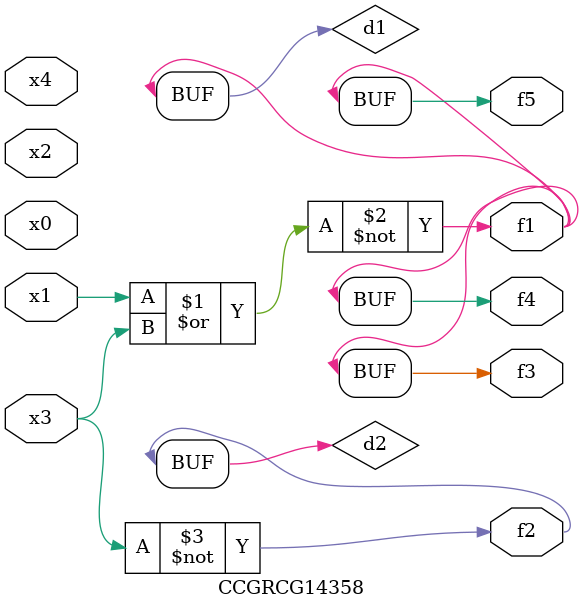
<source format=v>
module CCGRCG14358(
	input x0, x1, x2, x3, x4,
	output f1, f2, f3, f4, f5
);

	wire d1, d2;

	nor (d1, x1, x3);
	not (d2, x3);
	assign f1 = d1;
	assign f2 = d2;
	assign f3 = d1;
	assign f4 = d1;
	assign f5 = d1;
endmodule

</source>
